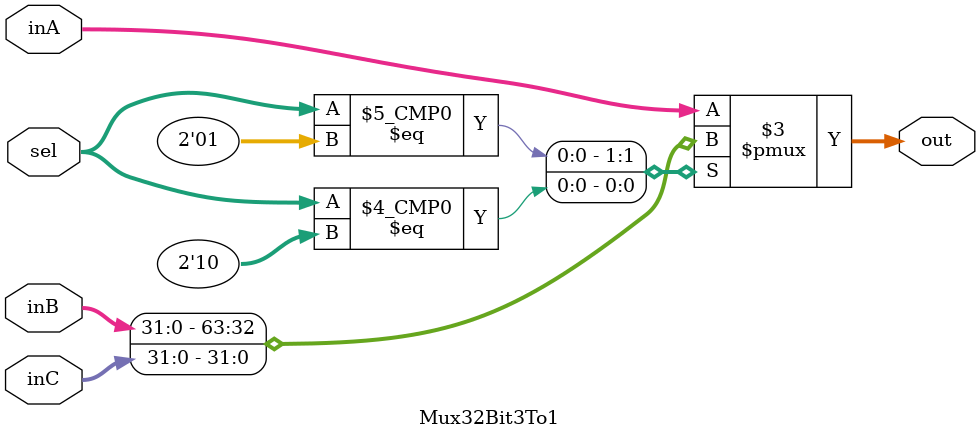
<source format=v>
`timescale 1ns / 1ps


module Mux32Bit3To1(out, inA, inB, inC, sel);

    output reg [31:0] out;
    
    input [31:0] inA, inB, inC;
    input [1:0] sel;

    always @(*) begin
        case (sel)
            2'b00: out <= inA;
            2'b01: out <= inB;
            2'b10: out <= inC;
            default: out <= inA;
        endcase
    end

endmodule
</source>
